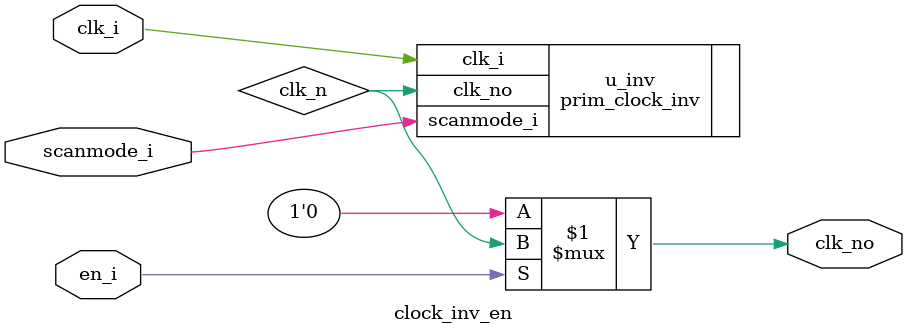
<source format=sv>


module clock_inv_en #(
  parameter bit HasScanMode = 1'b1,
  parameter bit NoFpgaBufG  = 1'b0  // only used in FPGA case
) (
  input   en_i,
  input   clk_i,
  input   scanmode_i,
  output  clk_no
);

  logic clk_n;
  prim_clock_inv #(
    .HasScanMode  (HasScanMode),
    .NoFpgaBufG   (NoFpgaBufG)
  ) u_inv (
    .clk_i      (clk_i),
    .scanmode_i (scanmode_i),
    .clk_no     (clk_n)
  );

  assign clk_no = en_i ? clk_n : 1'b0;

endmodule

</source>
